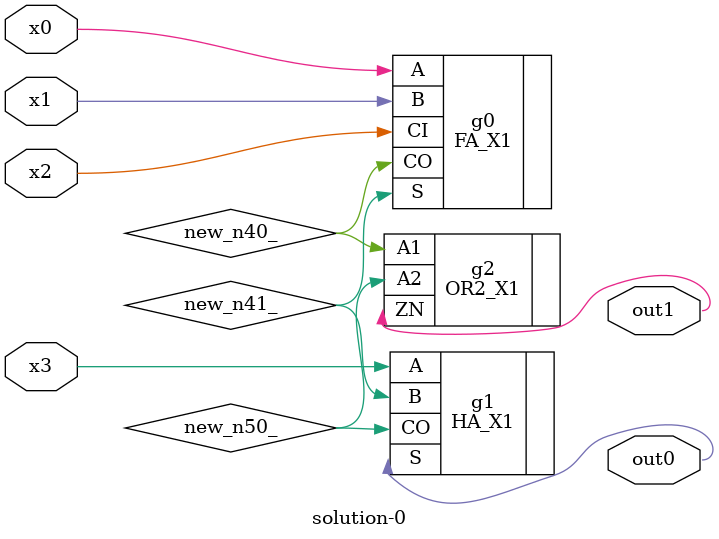
<source format=v>
module \solution-0 (
  x0, x1, x2, x3,
  out0, out1 );
  input x0, x1, x2, x3;
  output out0, out1;
  wire new_n40_, new_n41_, new_n50_;
  FA_X1  g0(.A(x0), .B(x1), .CI(x2), .CO(new_n40_), .S(new_n41_));
  HA_X1  g1(.A(x3), .B(new_n41_), .CO(new_n50_), .S(out0));
  OR2_X1  g2(.A1(new_n40_), .A2(new_n50_), .ZN(out1));
endmodule

</source>
